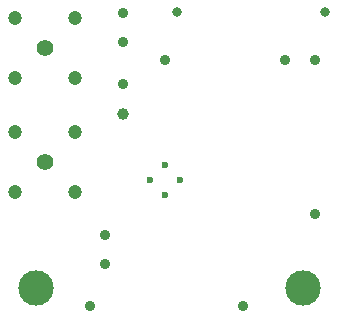
<source format=gbr>
G04 Generated by Ultiboard 10.0 *
%FSLAX25Y25*%
%MOIN*%

%ADD12C,0.11811*%
%ADD44C,0.04724*%
%ADD45C,0.05512*%
%ADD16C,0.03150*%
%ADD17C,0.03543*%
%ADD11C,0.02362*%
%ADD18C,0.03917*%
%ADD13C,0.03500*%


G04 ColorRGB 000000 for the following layer *
%LNBohrung-Copper Top-Copper Bottom*%
%LPD*%
%FSLAX25Y25*%
%MOIN*%
G54D12*
X15000Y32000D03*
X104000Y32000D03*
G54D44*
X8000Y122000D03*
X28000Y122000D03*
X28000Y102000D03*
X8000Y102000D03*
X8000Y64000D03*
X28000Y64000D03*
X28000Y84000D03*
X8000Y84000D03*
G54D45*
X18000Y112000D03*
X18000Y74000D03*
G54D16*
X62000Y124000D03*
X111213Y124000D03*
G54D17*
X44000Y123843D03*
X44000Y114000D03*
X58000Y108000D03*
X98000Y108000D03*
X32819Y26000D03*
X84000Y26000D03*
X38000Y49843D03*
X38000Y40000D03*
X108000Y56819D03*
X108000Y108000D03*
G54D11*
X63000Y68000D03*
X58000Y63000D03*
X58000Y73000D03*
X53000Y68000D03*
G54D18*
X44000Y90000D03*
G54D13*
X44000Y100000D03*

M00*

</source>
